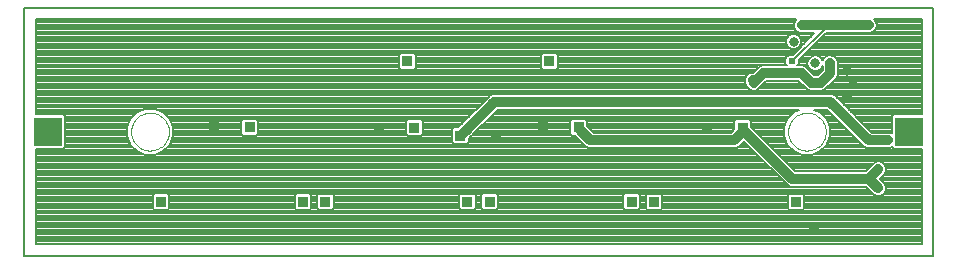
<source format=gbl>
G75*
G70*
%OFA0B0*%
%FSLAX24Y24*%
%IPPOS*%
%LPD*%
%AMOC8*
5,1,8,0,0,1.08239X$1,22.5*
%
%ADD10C,0.0080*%
%ADD11R,0.0945X0.0945*%
%ADD12C,0.0000*%
%ADD13C,0.0320*%
%ADD14R,0.0356X0.0356*%
%ADD15C,0.0320*%
%ADD16C,0.0240*%
D10*
X000140Y000149D02*
X000140Y008409D01*
X030439Y008409D01*
X030439Y000149D01*
X000140Y000149D01*
X000534Y000543D02*
X000534Y003706D01*
X001453Y003706D01*
X001512Y003765D01*
X001512Y004793D01*
X001453Y004851D01*
X000534Y004851D01*
X000534Y008023D01*
X025886Y008023D01*
X025840Y007976D01*
X025800Y007881D01*
X025800Y007777D01*
X025840Y007682D01*
X025913Y007609D01*
X026008Y007569D01*
X026482Y007569D01*
X025762Y006849D01*
X025649Y006849D01*
X025520Y006720D01*
X025520Y006538D01*
X025569Y006489D01*
X024728Y006489D01*
X024633Y006449D01*
X024560Y006376D01*
X024433Y006249D01*
X024422Y006249D01*
X024373Y006249D01*
X024371Y006248D01*
X024368Y006248D01*
X024323Y006228D01*
X024278Y006209D01*
X024276Y006208D01*
X024273Y006206D01*
X024239Y006171D01*
X024205Y006136D01*
X024204Y006134D01*
X024202Y006132D01*
X024184Y006086D01*
X024165Y006041D01*
X024165Y006038D01*
X024164Y006036D01*
X024165Y005986D01*
X024165Y005937D01*
X024166Y005935D01*
X024166Y005932D01*
X024186Y005887D01*
X024205Y005842D01*
X024206Y005840D01*
X024221Y005807D01*
X024240Y005762D01*
X024241Y005760D01*
X024243Y005757D01*
X024278Y005723D01*
X024313Y005689D01*
X024315Y005688D01*
X024317Y005686D01*
X024363Y005668D01*
X024408Y005649D01*
X024411Y005649D01*
X024413Y005648D01*
X024463Y005649D01*
X024512Y005649D01*
X024514Y005650D01*
X024517Y005650D01*
X024562Y005670D01*
X024607Y005689D01*
X024609Y005690D01*
X024612Y005692D01*
X024646Y005727D01*
X024888Y005969D01*
X025952Y005969D01*
X026160Y005762D01*
X026233Y005689D01*
X026328Y005649D01*
X026752Y005649D01*
X026847Y005689D01*
X027167Y006009D01*
X027240Y006082D01*
X027280Y006177D01*
X027280Y006499D01*
X027281Y006500D01*
X027280Y006551D01*
X027280Y006601D01*
X027279Y006602D01*
X027279Y006604D01*
X027260Y006650D01*
X027240Y006696D01*
X027239Y006697D01*
X027239Y006699D01*
X027203Y006734D01*
X027167Y006769D01*
X027166Y006770D01*
X027165Y006771D01*
X027118Y006790D01*
X027072Y006809D01*
X027071Y006809D01*
X027047Y006819D01*
X027045Y006819D01*
X027044Y006820D01*
X026993Y006819D01*
X026943Y006819D01*
X026942Y006818D01*
X026940Y006818D01*
X026894Y006799D01*
X026848Y006779D01*
X026847Y006778D01*
X026845Y006778D01*
X026810Y006742D01*
X026775Y006706D01*
X026774Y006705D01*
X026773Y006704D01*
X026755Y006659D01*
X026735Y006706D01*
X026662Y006779D01*
X026567Y006819D01*
X026463Y006819D01*
X026368Y006779D01*
X026295Y006706D01*
X026255Y006611D01*
X026255Y006507D01*
X026295Y006412D01*
X026368Y006339D01*
X026463Y006299D01*
X026567Y006299D01*
X026662Y006339D01*
X026735Y006412D01*
X026755Y006459D01*
X026755Y006458D01*
X026760Y006447D01*
X026760Y006337D01*
X026592Y006169D01*
X026488Y006169D01*
X026207Y006449D01*
X026112Y006489D01*
X025911Y006489D01*
X025960Y006538D01*
X025960Y006651D01*
X026878Y007569D01*
X028352Y007569D01*
X028447Y007609D01*
X028520Y007682D01*
X028560Y007777D01*
X028560Y007881D01*
X028520Y007976D01*
X028474Y008023D01*
X030061Y008023D01*
X030061Y004851D01*
X029126Y004851D01*
X029068Y004793D01*
X029068Y004218D01*
X028992Y004249D01*
X028408Y004249D01*
X027167Y005489D01*
X027072Y005529D01*
X015768Y005529D01*
X015673Y005489D01*
X015600Y005416D01*
X014677Y004494D01*
X014600Y004419D01*
X014468Y004419D01*
X014409Y004361D01*
X014409Y003922D01*
X014468Y003863D01*
X014907Y003863D01*
X014965Y003922D01*
X014965Y004049D01*
X015005Y004088D01*
X015007Y004089D01*
X015043Y004124D01*
X015078Y004159D01*
X015079Y004160D01*
X015928Y005009D01*
X025989Y005009D01*
X025802Y004932D01*
X025586Y004715D01*
X025469Y004432D01*
X025469Y004126D01*
X025586Y003843D01*
X025802Y003626D01*
X026085Y003509D01*
X026392Y003509D01*
X026675Y003626D01*
X026891Y003843D01*
X027008Y004126D01*
X027008Y004432D01*
X026891Y004715D01*
X026675Y004932D01*
X026488Y005009D01*
X026912Y005009D01*
X028080Y003842D01*
X028153Y003769D01*
X028248Y003729D01*
X028992Y003729D01*
X029071Y003762D01*
X029126Y003706D01*
X030061Y003706D01*
X030061Y000543D01*
X000534Y000543D01*
X000534Y000620D02*
X030061Y000620D01*
X030061Y000698D02*
X000534Y000698D01*
X000534Y000777D02*
X030061Y000777D01*
X030061Y000855D02*
X000534Y000855D01*
X000534Y000934D02*
X030061Y000934D01*
X030061Y001012D02*
X000534Y001012D01*
X000534Y001091D02*
X030061Y001091D01*
X030061Y001169D02*
X000534Y001169D01*
X000534Y001248D02*
X030061Y001248D01*
X030061Y001326D02*
X000534Y001326D01*
X000534Y001405D02*
X030061Y001405D01*
X030061Y001483D02*
X000534Y001483D01*
X000534Y001562D02*
X030061Y001562D01*
X030061Y001640D02*
X000534Y001640D01*
X000534Y001719D02*
X004431Y001719D01*
X004429Y001721D02*
X004487Y001662D01*
X004926Y001662D01*
X004985Y001721D01*
X004985Y002160D01*
X004926Y002218D01*
X004487Y002218D01*
X004429Y002160D01*
X004429Y001721D01*
X004429Y001797D02*
X000534Y001797D01*
X000534Y001876D02*
X004429Y001876D01*
X004429Y001954D02*
X000534Y001954D01*
X000534Y002033D02*
X004429Y002033D01*
X004429Y002111D02*
X000534Y002111D01*
X000534Y002190D02*
X004459Y002190D01*
X004955Y002190D02*
X009191Y002190D01*
X009220Y002218D02*
X009161Y002160D01*
X009161Y001721D01*
X009220Y001662D01*
X009659Y001662D01*
X009717Y001721D01*
X009717Y002160D01*
X009659Y002218D01*
X009220Y002218D01*
X009161Y002111D02*
X004985Y002111D01*
X004985Y002033D02*
X009161Y002033D01*
X009161Y001954D02*
X004985Y001954D01*
X004985Y001876D02*
X009161Y001876D01*
X009161Y001797D02*
X004985Y001797D01*
X004983Y001719D02*
X009163Y001719D01*
X009716Y001719D02*
X009909Y001719D01*
X009909Y001717D02*
X009968Y001658D01*
X010407Y001658D01*
X010465Y001717D01*
X010465Y002156D01*
X010407Y002214D01*
X009968Y002214D01*
X009909Y002156D01*
X009909Y001717D01*
X009909Y001797D02*
X009717Y001797D01*
X009717Y001876D02*
X009909Y001876D01*
X009909Y001954D02*
X009717Y001954D01*
X009717Y002033D02*
X009909Y002033D01*
X009909Y002111D02*
X009717Y002111D01*
X009687Y002190D02*
X009943Y002190D01*
X010431Y002190D02*
X014675Y002190D01*
X014700Y002214D02*
X014641Y002156D01*
X014641Y001717D01*
X014700Y001658D01*
X015139Y001658D01*
X015198Y001717D01*
X015198Y002156D01*
X015139Y002214D01*
X014700Y002214D01*
X014641Y002111D02*
X010465Y002111D01*
X010465Y002033D02*
X014641Y002033D01*
X014641Y001954D02*
X010465Y001954D01*
X010465Y001876D02*
X014641Y001876D01*
X014641Y001797D02*
X010465Y001797D01*
X010465Y001719D02*
X014641Y001719D01*
X015198Y001719D02*
X015387Y001719D01*
X015386Y001721D02*
X015444Y001662D01*
X015883Y001662D01*
X015942Y001721D01*
X015942Y002160D01*
X015883Y002218D01*
X015444Y002218D01*
X015386Y002160D01*
X015386Y001721D01*
X015386Y001797D02*
X015198Y001797D01*
X015198Y001876D02*
X015386Y001876D01*
X015386Y001954D02*
X015198Y001954D01*
X015198Y002033D02*
X015386Y002033D01*
X015386Y002111D02*
X015198Y002111D01*
X015164Y002190D02*
X015416Y002190D01*
X015912Y002190D02*
X020148Y002190D01*
X020176Y002218D02*
X020118Y002160D01*
X020118Y001721D01*
X020176Y001662D01*
X020615Y001662D01*
X020674Y001721D01*
X020674Y002160D01*
X020615Y002218D01*
X020176Y002218D01*
X020118Y002111D02*
X015942Y002111D01*
X015942Y002033D02*
X020118Y002033D01*
X020118Y001954D02*
X015942Y001954D01*
X015942Y001876D02*
X020118Y001876D01*
X020118Y001797D02*
X015942Y001797D01*
X015940Y001719D02*
X020120Y001719D01*
X020672Y001719D02*
X020862Y001719D01*
X020862Y001717D02*
X020920Y001658D01*
X021360Y001658D01*
X021418Y001717D01*
X021418Y002156D01*
X021360Y002214D01*
X020920Y002214D01*
X020862Y002156D01*
X020862Y001717D01*
X020862Y001797D02*
X020674Y001797D01*
X020674Y001876D02*
X020862Y001876D01*
X020862Y001954D02*
X020674Y001954D01*
X020674Y002033D02*
X020862Y002033D01*
X020862Y002111D02*
X020674Y002111D01*
X020644Y002190D02*
X020896Y002190D01*
X021384Y002190D02*
X025628Y002190D01*
X025653Y002214D02*
X025594Y002156D01*
X025594Y001717D01*
X025653Y001658D01*
X026092Y001658D01*
X026150Y001717D01*
X026150Y002156D01*
X026092Y002214D01*
X025653Y002214D01*
X025594Y002111D02*
X021418Y002111D01*
X021418Y002033D02*
X025594Y002033D01*
X025594Y001954D02*
X021418Y001954D01*
X021418Y001876D02*
X025594Y001876D01*
X025594Y001797D02*
X021418Y001797D01*
X021418Y001719D02*
X025594Y001719D01*
X026150Y001719D02*
X030061Y001719D01*
X030061Y001797D02*
X026150Y001797D01*
X026150Y001876D02*
X030061Y001876D01*
X030061Y001954D02*
X026150Y001954D01*
X026150Y002033D02*
X030061Y002033D01*
X030061Y002111D02*
X026150Y002111D01*
X026116Y002190D02*
X028451Y002190D01*
X028473Y002169D02*
X028568Y002129D01*
X028672Y002129D01*
X028767Y002169D01*
X028840Y002242D01*
X028880Y002337D01*
X028880Y002441D01*
X028840Y002536D01*
X028668Y002709D01*
X028840Y002882D01*
X028880Y002977D01*
X028880Y003081D01*
X028840Y003176D01*
X028767Y003249D01*
X028672Y003289D01*
X028568Y003289D01*
X028473Y003249D01*
X028192Y002969D01*
X025848Y002969D01*
X024379Y004438D01*
X024379Y004632D01*
X024320Y004691D01*
X023881Y004691D01*
X023823Y004632D01*
X023823Y004359D01*
X023712Y004249D01*
X019128Y004249D01*
X018902Y004474D01*
X018902Y004636D01*
X018844Y004695D01*
X018405Y004695D01*
X018346Y004636D01*
X018346Y004197D01*
X018405Y004139D01*
X018502Y004139D01*
X018517Y004117D01*
X018536Y004105D01*
X018873Y003769D01*
X018968Y003729D01*
X023872Y003729D01*
X023967Y003769D01*
X024040Y003842D01*
X024140Y003941D01*
X025593Y002489D01*
X025688Y002449D01*
X028192Y002449D01*
X028473Y002169D01*
X028373Y002268D02*
X000534Y002268D01*
X000534Y002347D02*
X028294Y002347D01*
X028216Y002425D02*
X000534Y002425D01*
X000534Y002504D02*
X025577Y002504D01*
X025499Y002582D02*
X000534Y002582D01*
X000534Y002661D02*
X025420Y002661D01*
X025342Y002739D02*
X000534Y002739D01*
X000534Y002818D02*
X025263Y002818D01*
X025185Y002896D02*
X000534Y002896D01*
X000534Y002975D02*
X025106Y002975D01*
X025028Y003053D02*
X000534Y003053D01*
X000534Y003132D02*
X024949Y003132D01*
X024871Y003210D02*
X000534Y003210D01*
X000534Y003289D02*
X024792Y003289D01*
X024714Y003367D02*
X000534Y003367D01*
X000534Y003446D02*
X024635Y003446D01*
X024557Y003524D02*
X004531Y003524D01*
X004494Y003509D02*
X004777Y003626D01*
X004993Y003843D01*
X005111Y004126D01*
X005111Y004432D01*
X004993Y004715D01*
X004777Y004932D01*
X004494Y005049D01*
X004188Y005049D01*
X003905Y004932D01*
X003688Y004715D01*
X003571Y004432D01*
X003571Y004126D01*
X003688Y003843D01*
X003905Y003626D01*
X004188Y003509D01*
X004494Y003509D01*
X004721Y003603D02*
X024478Y003603D01*
X024400Y003681D02*
X004832Y003681D01*
X004911Y003760D02*
X018893Y003760D01*
X018803Y003838D02*
X004989Y003838D01*
X005024Y003917D02*
X014414Y003917D01*
X014409Y003995D02*
X005057Y003995D01*
X005089Y004074D02*
X014409Y004074D01*
X014409Y004152D02*
X013385Y004152D01*
X013367Y004135D02*
X013426Y004193D01*
X013426Y004632D01*
X013367Y004691D01*
X012928Y004691D01*
X012870Y004632D01*
X012870Y004193D01*
X012928Y004135D01*
X013367Y004135D01*
X013426Y004231D02*
X014409Y004231D01*
X014409Y004309D02*
X013426Y004309D01*
X013426Y004388D02*
X014436Y004388D01*
X014649Y004466D02*
X013426Y004466D01*
X013426Y004545D02*
X014728Y004545D01*
X014807Y004623D02*
X013426Y004623D01*
X012870Y004623D02*
X007946Y004623D01*
X007946Y004636D02*
X007887Y004695D01*
X007448Y004695D01*
X007389Y004636D01*
X007389Y004197D01*
X007448Y004139D01*
X007887Y004139D01*
X007946Y004197D01*
X007946Y004636D01*
X007946Y004545D02*
X012870Y004545D01*
X012870Y004466D02*
X007946Y004466D01*
X007946Y004388D02*
X012870Y004388D01*
X012870Y004309D02*
X007946Y004309D01*
X007946Y004231D02*
X012870Y004231D01*
X012910Y004152D02*
X007901Y004152D01*
X007434Y004152D02*
X005111Y004152D01*
X005111Y004231D02*
X007389Y004231D01*
X007389Y004309D02*
X005111Y004309D01*
X005111Y004388D02*
X007389Y004388D01*
X007389Y004466D02*
X005096Y004466D01*
X005064Y004545D02*
X007389Y004545D01*
X007389Y004623D02*
X005031Y004623D01*
X004999Y004702D02*
X014885Y004702D01*
X014964Y004780D02*
X004928Y004780D01*
X004850Y004859D02*
X015042Y004859D01*
X015121Y004937D02*
X004763Y004937D01*
X004573Y005016D02*
X015199Y005016D01*
X015278Y005094D02*
X000534Y005094D01*
X000534Y005016D02*
X004108Y005016D01*
X003919Y004937D02*
X000534Y004937D01*
X000534Y004859D02*
X003832Y004859D01*
X003754Y004780D02*
X001512Y004780D01*
X001512Y004702D02*
X003683Y004702D01*
X003650Y004623D02*
X001512Y004623D01*
X001512Y004545D02*
X003618Y004545D01*
X003585Y004466D02*
X001512Y004466D01*
X001512Y004388D02*
X003571Y004388D01*
X003571Y004309D02*
X001512Y004309D01*
X001512Y004231D02*
X003571Y004231D01*
X003571Y004152D02*
X001512Y004152D01*
X001512Y004074D02*
X003592Y004074D01*
X003625Y003995D02*
X001512Y003995D01*
X001512Y003917D02*
X003657Y003917D01*
X003692Y003838D02*
X001512Y003838D01*
X001507Y003760D02*
X003771Y003760D01*
X003849Y003681D02*
X000534Y003681D01*
X000534Y003603D02*
X003961Y003603D01*
X004150Y003524D02*
X000534Y003524D01*
X000534Y005173D02*
X015356Y005173D01*
X015435Y005251D02*
X000534Y005251D01*
X000534Y005330D02*
X015513Y005330D01*
X015592Y005408D02*
X000534Y005408D01*
X000534Y005487D02*
X015670Y005487D01*
X015856Y004937D02*
X025817Y004937D01*
X025730Y004859D02*
X015778Y004859D01*
X015699Y004780D02*
X025651Y004780D01*
X025580Y004702D02*
X015621Y004702D01*
X015542Y004623D02*
X018346Y004623D01*
X018346Y004545D02*
X015464Y004545D01*
X015385Y004466D02*
X018346Y004466D01*
X018346Y004388D02*
X015307Y004388D01*
X015228Y004309D02*
X018346Y004309D01*
X018346Y004231D02*
X015150Y004231D01*
X015072Y004152D02*
X018391Y004152D01*
X018567Y004074D02*
X014991Y004074D01*
X014965Y003995D02*
X018646Y003995D01*
X018724Y003917D02*
X014961Y003917D01*
X018910Y004466D02*
X023823Y004466D01*
X023823Y004388D02*
X018989Y004388D01*
X019067Y004309D02*
X023773Y004309D01*
X024379Y004466D02*
X025483Y004466D01*
X025469Y004388D02*
X024429Y004388D01*
X024507Y004309D02*
X025469Y004309D01*
X025469Y004231D02*
X024586Y004231D01*
X024664Y004152D02*
X025469Y004152D01*
X025490Y004074D02*
X024743Y004074D01*
X024821Y003995D02*
X025522Y003995D01*
X025555Y003917D02*
X024900Y003917D01*
X024978Y003838D02*
X025590Y003838D01*
X025669Y003760D02*
X025057Y003760D01*
X025135Y003681D02*
X025747Y003681D01*
X025858Y003603D02*
X025214Y003603D01*
X025292Y003524D02*
X026048Y003524D01*
X026429Y003524D02*
X030061Y003524D01*
X030061Y003446D02*
X025371Y003446D01*
X025449Y003367D02*
X030061Y003367D01*
X030061Y003289D02*
X025528Y003289D01*
X025606Y003210D02*
X028434Y003210D01*
X028355Y003132D02*
X025685Y003132D01*
X025763Y003053D02*
X028277Y003053D01*
X028198Y002975D02*
X025842Y002975D01*
X026619Y003603D02*
X030061Y003603D01*
X030061Y003681D02*
X026730Y003681D01*
X026808Y003760D02*
X028173Y003760D01*
X028083Y003838D02*
X026887Y003838D01*
X026922Y003917D02*
X028004Y003917D01*
X027926Y003995D02*
X026954Y003995D01*
X026987Y004074D02*
X027847Y004074D01*
X027769Y004152D02*
X027008Y004152D01*
X027008Y004231D02*
X027690Y004231D01*
X027612Y004309D02*
X027008Y004309D01*
X027008Y004388D02*
X027533Y004388D01*
X027455Y004466D02*
X026994Y004466D01*
X026962Y004545D02*
X027376Y004545D01*
X027298Y004623D02*
X026929Y004623D01*
X026897Y004702D02*
X027219Y004702D01*
X027141Y004780D02*
X026826Y004780D01*
X026747Y004859D02*
X027062Y004859D01*
X026984Y004937D02*
X026660Y004937D01*
X027484Y005173D02*
X030061Y005173D01*
X030061Y005251D02*
X027405Y005251D01*
X027327Y005330D02*
X030061Y005330D01*
X030061Y005408D02*
X027248Y005408D01*
X027170Y005487D02*
X030061Y005487D01*
X030061Y005565D02*
X000534Y005565D01*
X000534Y005644D02*
X030061Y005644D01*
X030061Y005722D02*
X026881Y005722D01*
X026960Y005801D02*
X030061Y005801D01*
X030061Y005879D02*
X027038Y005879D01*
X027117Y005958D02*
X030061Y005958D01*
X030061Y006036D02*
X027195Y006036D01*
X027254Y006115D02*
X030061Y006115D01*
X030061Y006193D02*
X027280Y006193D01*
X027280Y006272D02*
X030061Y006272D01*
X030061Y006350D02*
X027280Y006350D01*
X027280Y006429D02*
X030061Y006429D01*
X030061Y006507D02*
X027281Y006507D01*
X027280Y006586D02*
X030061Y006586D01*
X030061Y006664D02*
X027254Y006664D01*
X027194Y006743D02*
X030061Y006743D01*
X030061Y006821D02*
X026131Y006821D01*
X026052Y006743D02*
X026331Y006743D01*
X026277Y006664D02*
X025974Y006664D01*
X025960Y006586D02*
X026255Y006586D01*
X026255Y006507D02*
X025930Y006507D01*
X025740Y006629D02*
X026860Y007749D01*
X026860Y007829D01*
X026837Y007528D02*
X030061Y007528D01*
X030061Y007606D02*
X028442Y007606D01*
X028522Y007685D02*
X030061Y007685D01*
X030061Y007764D02*
X028554Y007764D01*
X028560Y007842D02*
X030061Y007842D01*
X030061Y007921D02*
X028544Y007921D01*
X028498Y007999D02*
X030061Y007999D01*
X030061Y007449D02*
X026759Y007449D01*
X026680Y007371D02*
X030061Y007371D01*
X030061Y007292D02*
X026602Y007292D01*
X026523Y007214D02*
X030061Y007214D01*
X030061Y007135D02*
X026445Y007135D01*
X026366Y007057D02*
X030061Y007057D01*
X030061Y006978D02*
X026288Y006978D01*
X026209Y006900D02*
X030061Y006900D01*
X026811Y006743D02*
X026699Y006743D01*
X026753Y006664D02*
X026757Y006664D01*
X026743Y006429D02*
X026760Y006429D01*
X026760Y006350D02*
X026674Y006350D01*
X026695Y006272D02*
X026385Y006272D01*
X026356Y006350D02*
X026306Y006350D01*
X026287Y006429D02*
X026228Y006429D01*
X025550Y006507D02*
X017926Y006507D01*
X017926Y006429D02*
X024612Y006429D01*
X024534Y006350D02*
X017879Y006350D01*
X017867Y006339D02*
X017926Y006398D01*
X017926Y006837D01*
X017867Y006896D01*
X017428Y006896D01*
X017370Y006837D01*
X017370Y006398D01*
X017428Y006339D01*
X017867Y006339D01*
X017417Y006350D02*
X013146Y006350D01*
X013135Y006339D02*
X013194Y006398D01*
X013194Y006837D01*
X013135Y006896D01*
X012696Y006896D01*
X012637Y006837D01*
X012637Y006398D01*
X012696Y006339D01*
X013135Y006339D01*
X013194Y006429D02*
X017370Y006429D01*
X017370Y006507D02*
X013194Y006507D01*
X013194Y006586D02*
X017370Y006586D01*
X017370Y006664D02*
X013194Y006664D01*
X013194Y006743D02*
X017370Y006743D01*
X017370Y006821D02*
X013194Y006821D01*
X012637Y006821D02*
X000534Y006821D01*
X000534Y006743D02*
X012637Y006743D01*
X012637Y006664D02*
X000534Y006664D01*
X000534Y006586D02*
X012637Y006586D01*
X012637Y006507D02*
X000534Y006507D01*
X000534Y006429D02*
X012637Y006429D01*
X012685Y006350D02*
X000534Y006350D01*
X000534Y006272D02*
X024455Y006272D01*
X024261Y006193D02*
X000534Y006193D01*
X000534Y006115D02*
X024195Y006115D01*
X024164Y006036D02*
X000534Y006036D01*
X000534Y005958D02*
X024165Y005958D01*
X024189Y005879D02*
X000534Y005879D01*
X000534Y005801D02*
X024223Y005801D01*
X024279Y005722D02*
X000534Y005722D01*
X000534Y006900D02*
X025813Y006900D01*
X025892Y006978D02*
X000534Y006978D01*
X000534Y007057D02*
X025651Y007057D01*
X025648Y007059D02*
X025743Y007019D01*
X025847Y007019D01*
X025942Y007059D01*
X026015Y007132D01*
X026055Y007227D01*
X026055Y007331D01*
X026015Y007426D01*
X025942Y007499D01*
X025847Y007539D01*
X025743Y007539D01*
X025648Y007499D01*
X025575Y007426D01*
X025535Y007331D01*
X025535Y007227D01*
X025575Y007132D01*
X025648Y007059D01*
X025573Y007135D02*
X000534Y007135D01*
X000534Y007214D02*
X025540Y007214D01*
X025535Y007292D02*
X000534Y007292D01*
X000534Y007371D02*
X025552Y007371D01*
X025598Y007449D02*
X000534Y007449D01*
X000534Y007528D02*
X025717Y007528D01*
X025873Y007528D02*
X026441Y007528D01*
X026363Y007449D02*
X025992Y007449D01*
X026038Y007371D02*
X026284Y007371D01*
X026206Y007292D02*
X026055Y007292D01*
X026050Y007214D02*
X026127Y007214D01*
X026049Y007135D02*
X026017Y007135D01*
X025970Y007057D02*
X025939Y007057D01*
X025621Y006821D02*
X017926Y006821D01*
X017926Y006743D02*
X025543Y006743D01*
X025520Y006664D02*
X017926Y006664D01*
X017926Y006586D02*
X025520Y006586D01*
X026463Y006193D02*
X026617Y006193D01*
X025963Y005958D02*
X024877Y005958D01*
X024798Y005879D02*
X026042Y005879D01*
X026120Y005801D02*
X024720Y005801D01*
X024641Y005722D02*
X026199Y005722D01*
X027562Y005094D02*
X030061Y005094D01*
X030061Y005016D02*
X027641Y005016D01*
X027719Y004937D02*
X030061Y004937D01*
X030061Y004859D02*
X027798Y004859D01*
X027876Y004780D02*
X029068Y004780D01*
X029068Y004702D02*
X027955Y004702D01*
X028033Y004623D02*
X029068Y004623D01*
X029068Y004545D02*
X028112Y004545D01*
X028190Y004466D02*
X029068Y004466D01*
X029068Y004388D02*
X028269Y004388D01*
X028347Y004309D02*
X029068Y004309D01*
X029068Y004231D02*
X029035Y004231D01*
X029067Y003760D02*
X029073Y003760D01*
X028806Y003210D02*
X030061Y003210D01*
X030061Y003132D02*
X028859Y003132D01*
X028880Y003053D02*
X030061Y003053D01*
X030061Y002975D02*
X028879Y002975D01*
X028847Y002896D02*
X030061Y002896D01*
X030061Y002818D02*
X028777Y002818D01*
X028698Y002739D02*
X030061Y002739D01*
X030061Y002661D02*
X028716Y002661D01*
X028794Y002582D02*
X030061Y002582D01*
X030061Y002504D02*
X028854Y002504D01*
X028880Y002425D02*
X030061Y002425D01*
X030061Y002347D02*
X028880Y002347D01*
X028852Y002268D02*
X030061Y002268D01*
X030061Y002190D02*
X028789Y002190D01*
X024321Y003760D02*
X023947Y003760D01*
X024037Y003838D02*
X024243Y003838D01*
X024164Y003917D02*
X024116Y003917D01*
X024379Y004545D02*
X025515Y004545D01*
X025548Y004623D02*
X024379Y004623D01*
X023823Y004623D02*
X018902Y004623D01*
X018902Y004545D02*
X023823Y004545D01*
X025918Y007606D02*
X000534Y007606D01*
X000534Y007685D02*
X025838Y007685D01*
X025806Y007764D02*
X000534Y007764D01*
X000534Y007842D02*
X025800Y007842D01*
X025816Y007921D02*
X000534Y007921D01*
X000534Y007999D02*
X025862Y007999D01*
D11*
X029640Y004279D03*
X000939Y004279D03*
D12*
X003711Y004279D02*
X003713Y004329D01*
X003719Y004379D01*
X003729Y004428D01*
X003743Y004476D01*
X003760Y004523D01*
X003781Y004568D01*
X003806Y004612D01*
X003834Y004653D01*
X003866Y004692D01*
X003900Y004729D01*
X003937Y004763D01*
X003977Y004793D01*
X004019Y004820D01*
X004063Y004844D01*
X004109Y004865D01*
X004156Y004881D01*
X004204Y004894D01*
X004254Y004903D01*
X004303Y004908D01*
X004354Y004909D01*
X004404Y004906D01*
X004453Y004899D01*
X004502Y004888D01*
X004550Y004873D01*
X004596Y004855D01*
X004641Y004833D01*
X004684Y004807D01*
X004725Y004778D01*
X004764Y004746D01*
X004800Y004711D01*
X004832Y004673D01*
X004862Y004633D01*
X004889Y004590D01*
X004912Y004546D01*
X004931Y004500D01*
X004947Y004452D01*
X004959Y004403D01*
X004967Y004354D01*
X004971Y004304D01*
X004971Y004254D01*
X004967Y004204D01*
X004959Y004155D01*
X004947Y004106D01*
X004931Y004058D01*
X004912Y004012D01*
X004889Y003968D01*
X004862Y003925D01*
X004832Y003885D01*
X004800Y003847D01*
X004764Y003812D01*
X004725Y003780D01*
X004684Y003751D01*
X004641Y003725D01*
X004596Y003703D01*
X004550Y003685D01*
X004502Y003670D01*
X004453Y003659D01*
X004404Y003652D01*
X004354Y003649D01*
X004303Y003650D01*
X004254Y003655D01*
X004204Y003664D01*
X004156Y003677D01*
X004109Y003693D01*
X004063Y003714D01*
X004019Y003738D01*
X003977Y003765D01*
X003937Y003795D01*
X003900Y003829D01*
X003866Y003866D01*
X003834Y003905D01*
X003806Y003946D01*
X003781Y003990D01*
X003760Y004035D01*
X003743Y004082D01*
X003729Y004130D01*
X003719Y004179D01*
X003713Y004229D01*
X003711Y004279D01*
X025608Y004279D02*
X025610Y004329D01*
X025616Y004379D01*
X025626Y004428D01*
X025640Y004476D01*
X025657Y004523D01*
X025678Y004568D01*
X025703Y004612D01*
X025731Y004653D01*
X025763Y004692D01*
X025797Y004729D01*
X025834Y004763D01*
X025874Y004793D01*
X025916Y004820D01*
X025960Y004844D01*
X026006Y004865D01*
X026053Y004881D01*
X026101Y004894D01*
X026151Y004903D01*
X026200Y004908D01*
X026251Y004909D01*
X026301Y004906D01*
X026350Y004899D01*
X026399Y004888D01*
X026447Y004873D01*
X026493Y004855D01*
X026538Y004833D01*
X026581Y004807D01*
X026622Y004778D01*
X026661Y004746D01*
X026697Y004711D01*
X026729Y004673D01*
X026759Y004633D01*
X026786Y004590D01*
X026809Y004546D01*
X026828Y004500D01*
X026844Y004452D01*
X026856Y004403D01*
X026864Y004354D01*
X026868Y004304D01*
X026868Y004254D01*
X026864Y004204D01*
X026856Y004155D01*
X026844Y004106D01*
X026828Y004058D01*
X026809Y004012D01*
X026786Y003968D01*
X026759Y003925D01*
X026729Y003885D01*
X026697Y003847D01*
X026661Y003812D01*
X026622Y003780D01*
X026581Y003751D01*
X026538Y003725D01*
X026493Y003703D01*
X026447Y003685D01*
X026399Y003670D01*
X026350Y003659D01*
X026301Y003652D01*
X026251Y003649D01*
X026200Y003650D01*
X026151Y003655D01*
X026101Y003664D01*
X026053Y003677D01*
X026006Y003693D01*
X025960Y003714D01*
X025916Y003738D01*
X025874Y003765D01*
X025834Y003795D01*
X025797Y003829D01*
X025763Y003866D01*
X025731Y003905D01*
X025703Y003946D01*
X025678Y003990D01*
X025657Y004035D01*
X025640Y004082D01*
X025626Y004130D01*
X025616Y004179D01*
X025610Y004229D01*
X025608Y004279D01*
D13*
X027582Y005449D03*
X027782Y005879D03*
X027572Y006309D03*
X026995Y006559D03*
X026515Y006559D03*
X024425Y005989D03*
X025795Y007279D03*
X026460Y001029D03*
D14*
X025872Y001936D03*
X021140Y001936D03*
X020396Y001940D03*
X015664Y001940D03*
X014920Y001936D03*
X010187Y001936D03*
X009439Y001940D03*
X004707Y001940D03*
X006486Y004417D03*
X007668Y004417D03*
X011967Y004413D03*
X013148Y004413D03*
X014687Y004141D03*
X015868Y004141D03*
X017443Y004417D03*
X018624Y004417D03*
X022920Y004413D03*
X024101Y004413D03*
X017648Y006617D03*
X012916Y006617D03*
D15*
X014860Y004309D02*
X015820Y005269D01*
X027020Y005269D01*
X028300Y003989D01*
X028940Y003989D01*
X028620Y003029D02*
X028300Y002709D01*
X025740Y002709D01*
X024140Y004309D01*
X024101Y004413D01*
X024140Y004309D02*
X023820Y003989D01*
X019020Y003989D01*
X018700Y004309D01*
X018624Y004417D01*
X014860Y004309D02*
X014687Y004141D01*
X024425Y005989D02*
X024460Y005909D01*
X024780Y006229D01*
X026060Y006229D01*
X026380Y005909D01*
X026700Y005909D01*
X027020Y006229D01*
X027020Y006549D01*
X026995Y006559D01*
X026860Y007829D02*
X026060Y007829D01*
X026860Y007829D02*
X028300Y007829D01*
X028300Y002709D02*
X028620Y002389D01*
D16*
X028620Y002389D03*
X028620Y003029D03*
X028940Y003989D03*
X025740Y006629D03*
X026060Y007829D03*
X028300Y007829D03*
M02*

</source>
